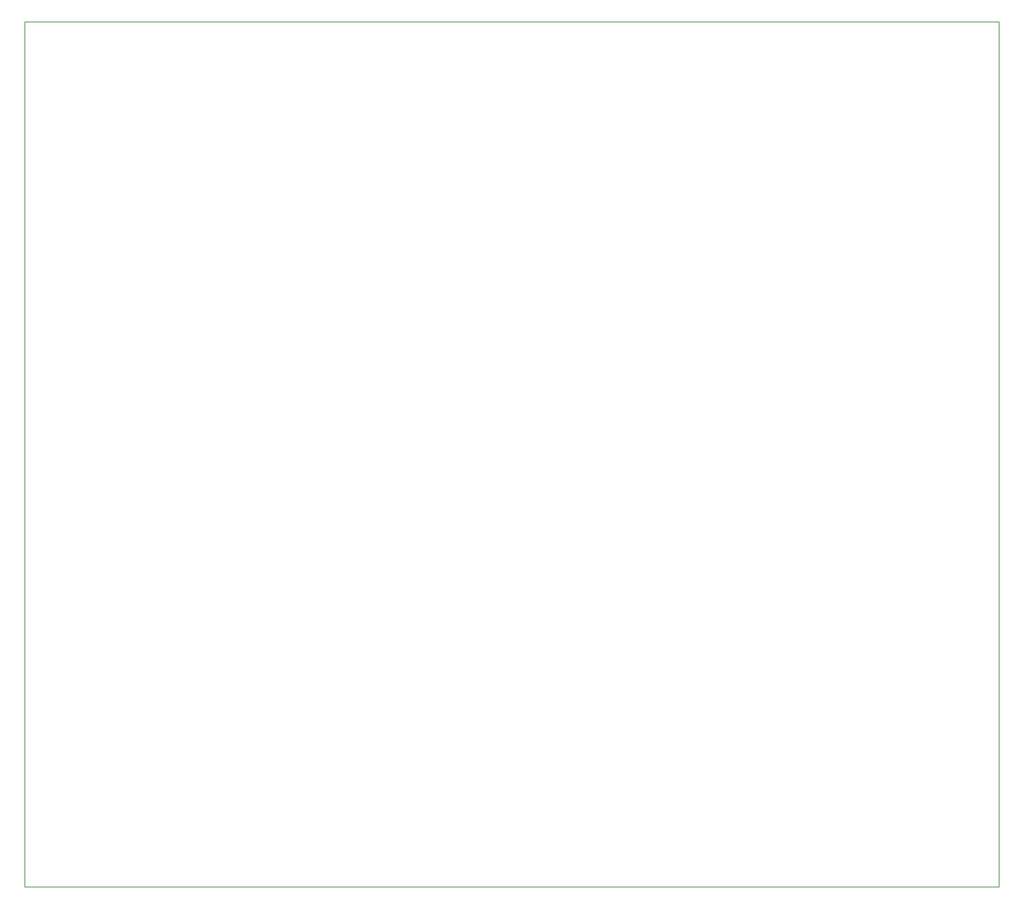
<source format=gbr>
G04 (created by PCBNEW (2013-may-18)-stable) date Wed 01 Apr 2015 05:00:06 PM EDT*
%MOIN*%
G04 Gerber Fmt 3.4, Leading zero omitted, Abs format*
%FSLAX34Y34*%
G01*
G70*
G90*
G04 APERTURE LIST*
%ADD10C,0.00590551*%
%ADD11C,0.00393701*%
G04 APERTURE END LIST*
G54D10*
G54D11*
X17000Y-58000D02*
X62000Y-58000D01*
X17000Y-18000D02*
X17000Y-58000D01*
X62000Y-18000D02*
X17000Y-18000D01*
X62000Y-58000D02*
X62000Y-18000D01*
M02*

</source>
